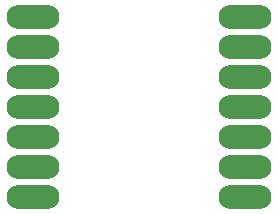
<source format=gbr>
%TF.GenerationSoftware,KiCad,Pcbnew,8.0.8*%
%TF.CreationDate,2025-02-10T09:37:57+01:00*%
%TF.ProjectId,Otto-ESP32-XIAO-Lite,4f74746f-2d45-4535-9033-322d5849414f,1.0*%
%TF.SameCoordinates,Original*%
%TF.FileFunction,Paste,Top*%
%TF.FilePolarity,Positive*%
%FSLAX46Y46*%
G04 Gerber Fmt 4.6, Leading zero omitted, Abs format (unit mm)*
G04 Created by KiCad (PCBNEW 8.0.8) date 2025-02-10 09:37:57*
%MOMM*%
%LPD*%
G01*
G04 APERTURE LIST*
G04 Aperture macros list*
%AMRoundRect*
0 Rectangle with rounded corners*
0 $1 Rounding radius*
0 $2 $3 $4 $5 $6 $7 $8 $9 X,Y pos of 4 corners*
0 Add a 4 corners polygon primitive as box body*
4,1,4,$2,$3,$4,$5,$6,$7,$8,$9,$2,$3,0*
0 Add four circle primitives for the rounded corners*
1,1,$1+$1,$2,$3*
1,1,$1+$1,$4,$5*
1,1,$1+$1,$6,$7*
1,1,$1+$1,$8,$9*
0 Add four rect primitives between the rounded corners*
20,1,$1+$1,$2,$3,$4,$5,0*
20,1,$1+$1,$4,$5,$6,$7,0*
20,1,$1+$1,$6,$7,$8,$9,0*
20,1,$1+$1,$8,$9,$2,$3,0*%
G04 Aperture macros list end*
%ADD10RoundRect,1.000000X-1.250000X-0.000010X1.250000X-0.000010X1.250000X0.000010X-1.250000X0.000010X0*%
G04 APERTURE END LIST*
D10*
%TO.C,U1*%
X64468846Y-72015250D03*
X64468846Y-74555250D03*
X64468846Y-77095250D03*
X64468846Y-79635250D03*
X64468846Y-82175250D03*
X64468846Y-84715250D03*
X64468846Y-87255250D03*
X82383846Y-87255250D03*
X82383846Y-84715250D03*
X82383846Y-82175250D03*
X82383846Y-79635250D03*
X82383846Y-77095250D03*
X82383846Y-74555250D03*
X82383846Y-72015250D03*
%TD*%
M02*

</source>
